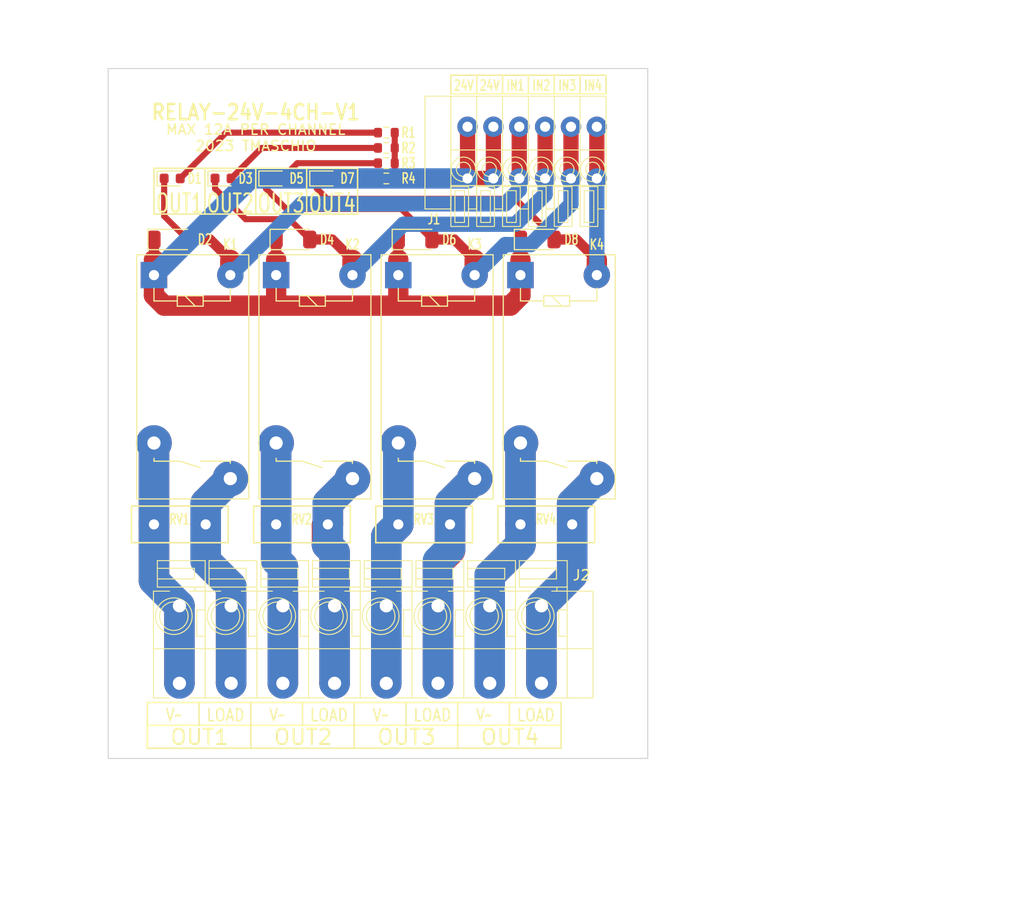
<source format=kicad_pcb>
(kicad_pcb (version 20221018) (generator pcbnew)
  (title_block (title "ESP 8 Relay Module"))
  (layers (0 "F.Cu" signal) (31 "B.Cu" signal) (34 "B.Paste" user) (35 "F.Paste" user) (36 "B.SilkS" user "B.Silkscreen") (37 "F.SilkS" user "F.Silkscreen") (38 "B.Mask" user) (39 "F.Mask" user) (44 "Edge.Cuts" user))
  (net 0 "")
  (net 1 "Net-(D1-A)")
  (net 2 "+24V")
  (net 3 "Net-(D1-K)")
  (net 4 "Net-(D3-A)")
  (net 5 "Net-(D3-K)")
  (net 6 "Net-(D5-A)")
  (net 7 "Net-(D5-K)")
  (net 8 "Net-(D7-A)")
  (net 9 "Net-(D7-K)")
  (net 10 "Net-(J2-Pin_1)")
  (net 11 "Net-(J2-Pin_2)")
  (net 12 "Net-(J2-Pin_3)")
  (net 13 "Net-(J2-Pin_4)")
  (net 14 "Net-(J2-Pin_5)")
  (net 15 "Net-(J2-Pin_6)")
  (net 16 "Net-(J2-Pin_7)")
  (net 17 "Net-(J2-Pin_8)")
  (footprint "Tales:R_0603_1608Metric" (layer "F.Cu") (at 152.325 71.5 180)
    (fp_text reference "R3" (at -2.175 0 180) (layer "F.SilkS") (effects (font (size 1 0.7))))
    (fp_text value "5k6/100mW")
    (pad "1" smd roundrect (at -0.825 0 180) (size 0.8 0.95) (layers "F.Cu" "F.Paste" "F.Mask") (net 2 "+24V"))
    (pad "2" smd roundrect (at 0.825 0 180) (size 0.8 0.95) (layers "F.Cu" "F.Paste" "F.Mask") (net 6 "Net-(D5-A)"))
  )
  (footprint "Tales:D_SOD-123" (layer "F.Cu") (at 143.15 79)
    (fp_text reference "D4" (at 3.35 0) (layer "F.SilkS") (effects (font (size 1 0.7))))
    (fp_text value "1N4148")
    (pad "1" smd roundrect (at -1.65 0) (size 1.3 1.75) (layers "F.Cu" "F.Paste" "F.Mask") (net 2 "+24V"))
    (pad "2" smd roundrect (at 1.65 0) (size 1.3 1.75) (layers "F.Cu" "F.Paste" "F.Mask") (net 5 "Net-(D3-K)"))
  )
  (footprint "Tales:LED_0603_1608Metric" (layer "F.Cu") (at 146.2875 73)
    (fp_text reference "D7" (at 2.2125 0) (layer "F.SilkS") (effects (font (size 1 0.7))))
    (fp_text value "GREEN")
    (pad "1" smd roundrect (at -0.7875 0) (size 0.875 0.95) (layers "F.Cu" "F.Paste" "F.Mask") (net 9 "Net-(D7-K)"))
    (pad "2" smd roundrect (at 0.7875 0) (size 0.875 0.95) (layers "F.Cu" "F.Paste" "F.Mask") (net 8 "Net-(D7-A)"))
  )
  (footprint "Tales:R_0603_1608Metric" (layer "F.Cu") (at 152.325 73 180)
    (fp_text reference "R4" (at -2.175 0 180) (layer "F.SilkS") (effects (font (size 1 0.7))))
    (fp_text value "5k6/100mW")
    (pad "1" smd roundrect (at -0.825 0 180) (size 0.8 0.95) (layers "F.Cu" "F.Paste" "F.Mask") (net 2 "+24V"))
    (pad "2" smd roundrect (at 0.825 0 180) (size 0.8 0.95) (layers "F.Cu" "F.Paste" "F.Mask") (net 8 "Net-(D7-A)"))
  )
  (footprint "Tales:Relay_SPST_Omron_G5PZ-1A" (layer "F.Cu") (at 165.5 82.5 -90)
    (fp_text reference "K4" (at -3 -7.5 -180) (layer "F.SilkS") (effects (font (size 1 0.7))))
    (fp_text value "G5PZ-1A")
    (pad "1" thru_hole rect (at 0 0 90) (size 2.6 2.6) (drill 1) (layers "*.Cu" "*.Mask") (net 2 "+24V"))
    (pad "2" thru_hole circle (at 16.5 0 90) (size 3.5 3.5) (drill 1.3) (layers "*.Cu" "*.Mask") (net 16 "Net-(J2-Pin_7)"))
    (pad "3" thru_hole circle (at 20 -7.5 90) (size 3.5 3.5) (drill 1.3) (layers "*.Cu" "*.Mask") (net 17 "Net-(J2-Pin_8)"))
    (pad "4" thru_hole circle (at 0 -7.5 90) (size 2.6 2.6) (drill 1) (layers "*.Cu" "*.Mask") (net 9 "Net-(D7-K)"))
  )
  (footprint "Tales:LED_0603_1608Metric" (layer "F.Cu") (at 131.2875 73)
    (fp_text reference "D1" (at 2.2125 0) (layer "F.SilkS") (effects (font (size 1 0.7))))
    (fp_text value "GREEN")
    (pad "1" smd roundrect (at -0.7875 0) (size 0.875 0.95) (layers "F.Cu" "F.Paste" "F.Mask") (net 3 "Net-(D1-K)"))
    (pad "2" smd roundrect (at 0.7875 0) (size 0.875 0.95) (layers "F.Cu" "F.Paste" "F.Mask") (net 1 "Net-(D1-A)"))
  )
  (footprint "Tales:R_0603_1608Metric" (layer "F.Cu") (at 152.325 70 180)
    (fp_text reference "R2" (at -2.175 0 180) (layer "F.SilkS") (effects (font (size 1 0.7))))
    (fp_text value "5k6/100mW")
    (pad "1" smd roundrect (at -0.825 0 180) (size 0.8 0.95) (layers "F.Cu" "F.Paste" "F.Mask") (net 2 "+24V"))
    (pad "2" smd roundrect (at 0.825 0 180) (size 0.8 0.95) (layers "F.Cu" "F.Paste" "F.Mask") (net 4 "Net-(D3-A)"))
  )
  (footprint "Tales:D_SOD-123" (layer "F.Cu") (at 131.15 79)
    (fp_text reference "D2" (at 3.35 0) (layer "F.SilkS") (effects (font (size 1 0.7))))
    (fp_text value "1N4148")
    (pad "1" smd roundrect (at -1.65 0) (size 1.3 1.75) (layers "F.Cu" "F.Paste" "F.Mask") (net 2 "+24V"))
    (pad "2" smd roundrect (at 1.65 0) (size 1.3 1.75) (layers "F.Cu" "F.Paste" "F.Mask") (net 3 "Net-(D1-K)"))
  )
  (footprint "Tales:RV_Disc_D9.50mm_W3.6mm_P5.08mm" (layer "F.Cu") (at 129.5 107)
    (fp_text reference "RV1" (at 2.5 -0.5) (layer "F.SilkS") (effects (font (size 1 0.7))))
    (fp_text value "275VAC")
    (pad "1" thru_hole circle (at 0 0) (size 2.5 2.5) (drill 1) (layers "*.Cu" "*.Mask") (net 10 "Net-(J2-Pin_1)"))
    (pad "2" thru_hole circle (at 5.08 0) (size 2.5 2.5) (drill 1) (layers "*.Cu" "*.Mask") (net 11 "Net-(J2-Pin_2)"))
  )
  (footprint "Tales:D_SOD-123" (layer "F.Cu") (at 155.15 79)
    (fp_text reference "D6" (at 3.35 0) (layer "F.SilkS") (effects (font (size 1 0.7))))
    (fp_text value "1N4148")
    (pad "1" smd roundrect (at -1.65 0) (size 1.3 1.75) (layers "F.Cu" "F.Paste" "F.Mask") (net 2 "+24V"))
    (pad "2" smd roundrect (at 1.65 0) (size 1.3 1.75) (layers "F.Cu" "F.Paste" "F.Mask") (net 7 "Net-(D5-K)"))
  )
  (footprint "Tales:TerminalBlock_Dibo_DB141V-2.54-6P_1x06_P2.54mm_Vertical" (layer "F.Cu") (at 173 67.92 180)
    (fp_text reference "J1" (at 16 -9.08 unlocked) (layer "F.SilkS") (effects (font (size 1 0.7))))
    (fp_text value "DG141V-2.54-6P")
    (pad "1" thru_hole circle (at 0 -5.08) (size 2 2) (drill 1) (layers "*.Cu" "*.Mask") (net 9 "Net-(D7-K)"))
    (pad "1" thru_hole circle (at 0 0) (size 2 2) (drill 1) (layers "*.Cu" "*.Mask") (net 9 "Net-(D7-K)"))
    (pad "2" thru_hole circle (at 2.54 -5.08) (size 2 2) (drill 1) (layers "*.Cu" "*.Mask") (net 7 "Net-(D5-K)"))
    (pad "2" thru_hole circle (at 2.54 0) (size 2 2) (drill 1) (layers "*.Cu" "*.Mask") (net 7 "Net-(D5-K)"))
    (pad "3" thru_hole circle (at 5.08 -5.08) (size 2 2) (drill 1) (layers "*.Cu" "*.Mask") (net 5 "Net-(D3-K)"))
    (pad "3" thru_hole circle (at 5.08 0) (size 2 2) (drill 1) (layers "*.Cu" "*.Mask") (net 5 "Net-(D3-K)"))
    (pad "4" thru_hole circle (at 7.62 -5.08) (size 2 2) (drill 1) (layers "*.Cu" "*.Mask") (net 3 "Net-(D1-K)"))
    (pad "4" thru_hole circle (at 7.62 0) (size 2 2) (drill 1) (layers "*.Cu" "*.Mask") (net 3 "Net-(D1-K)"))
    (pad "5" thru_hole circle (at 10.16 -5.08) (size 2 2) (drill 1) (layers "*.Cu" "*.Mask") (net 2 "+24V"))
    (pad "5" thru_hole circle (at 10.16 0) (size 2 2) (drill 1) (layers "*.Cu" "*.Mask") (net 2 "+24V"))
    (pad "6" thru_hole circle (at 12.7 -5.08) (size 2 2) (drill 1) (layers "*.Cu" "*.Mask") (net 2 "+24V"))
    (pad "6" thru_hole circle (at 12.7 0) (size 2 2) (drill 1) (layers "*.Cu" "*.Mask") (net 2 "+24V"))
  )
  (footprint "Tales:Relay_SPST_Omron_G5PZ-1A" (layer "F.Cu") (at 153.5 82.5 -90)
    (fp_text reference "K3" (at -3 -7.5 -180) (layer "F.SilkS") (effects (font (size 1 0.7))))
    (fp_text value "G5PZ-1A")
    (pad "1" thru_hole rect (at 0 0 90) (size 2.6 2.6) (drill 1) (layers "*.Cu" "*.Mask") (net 2 "+24V"))
    (pad "2" thru_hole circle (at 16.5 0 90) (size 3.5 3.5) (drill 1.3) (layers "*.Cu" "*.Mask") (net 14 "Net-(J2-Pin_5)"))
    (pad "3" thru_hole circle (at 20 -7.5 90) (size 3.5 3.5) (drill 1.3) (layers "*.Cu" "*.Mask") (net 15 "Net-(J2-Pin_6)"))
    (pad "4" thru_hole circle (at 0 -7.5 90) (size 2.6 2.6) (drill 1) (layers "*.Cu" "*.Mask") (net 7 "Net-(D5-K)"))
  )
  (footprint "Tales:TerminalBlock_Dibo_DB142V-5.08-8P_1x08_P5.08mm_Vertical" (layer "F.Cu") (at 132 122.62)
    (fp_text reference "J2" (at 39.5 -10.62 unlocked) (layer "F.SilkS"))
    (fp_text value "DB142V-5.08-8P")
    (pad "1" thru_hole circle (at 0 -7.62 180) (size 3 3) (drill 1.3) (layers "*.Cu" "*.Mask") (net 10 "Net-(J2-Pin_1)"))
    (pad "1" thru_hole circle (at 0 0 180) (size 3 3) (drill 1.3) (layers "*.Cu" "*.Mask") (net 10 "Net-(J2-Pin_1)"))
    (pad "2" thru_hole circle (at 5.08 -7.62 180) (size 3 3) (drill 1.3) (layers "*.Cu" "*.Mask") (net 11 "Net-(J2-Pin_2)"))
    (pad "2" thru_hole circle (at 5.08 0 180) (size 3 3) (drill 1.3) (layers "*.Cu" "*.Mask") (net 11 "Net-(J2-Pin_2)"))
    (pad "3" thru_hole circle (at 10.16 -7.62 180) (size 3 3) (drill 1.3) (layers "*.Cu" "*.Mask") (net 12 "Net-(J2-Pin_3)"))
    (pad "3" thru_hole circle (at 10.16 0 180) (size 3 3) (drill 1.3) (layers "*.Cu" "*.Mask") (net 12 "Net-(J2-Pin_3)"))
    (pad "4" thru_hole circle (at 15.24 -7.62 180) (size 3 3) (drill 1.3) (layers "*.Cu" "*.Mask") (net 13 "Net-(J2-Pin_4)"))
    (pad "4" thru_hole circle (at 15.24 0 180) (size 3 3) (drill 1.3) (layers "*.Cu" "*.Mask") (net 13 "Net-(J2-Pin_4)"))
    (pad "5" thru_hole circle (at 20.32 -7.62 180) (size 3 3) (drill 1.3) (layers "*.Cu" "*.Mask") (net 14 "Net-(J2-Pin_5)"))
    (pad "5" thru_hole circle (at 20.32 0 180) (size 3 3) (drill 1.3) (layers "*.Cu" "*.Mask") (net 14 "Net-(J2-Pin_5)"))
    (pad "6" thru_hole circle (at 25.4 -7.62 180) (size 3 3) (drill 1.3) (layers "*.Cu" "*.Mask") (net 15 "Net-(J2-Pin_6)"))
    (pad "6" thru_hole circle (at 25.4 0 180) (size 3 3) (drill 1.3) (layers "*.Cu" "*.Mask") (net 15 "Net-(J2-Pin_6)"))
    (pad "7" thru_hole circle (at 30.48 -7.62 180) (size 3 3) (drill 1.3) (layers "*.Cu" "*.Mask") (net 16 "Net-(J2-Pin_7)"))
    (pad "7" thru_hole circle (at 30.48 0 180) (size 3 3) (drill 1.3) (layers "*.Cu" "*.Mask") (net 16 "Net-(J2-Pin_7)"))
    (pad "8" thru_hole circle (at 35.56 -7.62 180) (size 3 3) (drill 1.3) (layers "*.Cu" "*.Mask") (net 17 "Net-(J2-Pin_8)"))
    (pad "8" thru_hole circle (at 35.56 0 180) (size 3 3) (drill 1.3) (layers "*.Cu" "*.Mask") (net 17 "Net-(J2-Pin_8)"))
  )
  (footprint "Tales:LED_0603_1608Metric" (layer "F.Cu") (at 136.2875 73)
    (fp_text reference "D3" (at 2.2125 0) (layer "F.SilkS") (effects (font (size 1 0.7))))
    (fp_text value "GREEN")
    (pad "1" smd roundrect (at -0.7875 0) (size 0.875 0.95) (layers "F.Cu" "F.Paste" "F.Mask") (net 5 "Net-(D3-K)"))
    (pad "2" smd roundrect (at 0.7875 0) (size 0.875 0.95) (layers "F.Cu" "F.Paste" "F.Mask") (net 4 "Net-(D3-A)"))
  )
  (footprint "Tales:RV_Disc_D9.50mm_W3.6mm_P5.08mm" (layer "F.Cu") (at 165.5 107)
    (fp_text reference "RV4" (at 2.5 -0.5) (layer "F.SilkS") (effects (font (size 1 0.7))))
    (fp_text value "275VAC")
    (pad "1" thru_hole circle (at 0 0) (size 2.5 2.5) (drill 1) (layers "*.Cu" "*.Mask") (net 16 "Net-(J2-Pin_7)"))
    (pad "2" thru_hole circle (at 5.08 0) (size 2.5 2.5) (drill 1) (layers "*.Cu" "*.Mask") (net 17 "Net-(J2-Pin_8)"))
  )
  (footprint "Tales:RV_Disc_D9.50mm_W3.6mm_P5.08mm" (layer "F.Cu") (at 141.5 107)
    (fp_text reference "RV2" (at 2.5 -0.5) (layer "F.SilkS") (effects (font (size 1 0.7))))
    (fp_text value "275VAC")
    (pad "1" thru_hole circle (at 0 0) (size 2.5 2.5) (drill 1) (layers "*.Cu" "*.Mask") (net 12 "Net-(J2-Pin_3)"))
    (pad "2" thru_hole circle (at 5.08 0) (size 2.5 2.5) (drill 1) (layers "*.Cu" "*.Mask") (net 13 "Net-(J2-Pin_4)"))
  )
  (footprint "Tales:Relay_SPST_Omron_G5PZ-1A" (layer "F.Cu") (at 141.5 82.5 -90)
    (fp_text reference "K2" (at -3 -7.5 -180) (layer "F.SilkS") (effects (font (size 1 0.7))))
    (fp_text value "G5PZ-1A")
    (pad "1" thru_hole rect (at 0 0 90) (size 2.6 2.6) (drill 1) (layers "*.Cu" "*.Mask") (net 2 "+24V"))
    (pad "2" thru_hole circle (at 16.5 0 90) (size 3.5 3.5) (drill 1.3) (layers "*.Cu" "*.Mask") (net 12 "Net-(J2-Pin_3)"))
    (pad "3" thru_hole circle (at 20 -7.5 90) (size 3.5 3.5) (drill 1.3) (layers "*.Cu" "*.Mask") (net 13 "Net-(J2-Pin_4)"))
    (pad "4" thru_hole circle (at 0 -7.5 90) (size 2.6 2.6) (drill 1) (layers "*.Cu" "*.Mask") (net 5 "Net-(D3-K)"))
  )
  (footprint "Tales:D_SOD-123" (layer "F.Cu") (at 167.15 79)
    (fp_text reference "D8" (at 3.35 0) (layer "F.SilkS") (effects (font (size 1 0.7))))
    (fp_text value "1N4148")
    (pad "1" smd roundrect (at -1.65 0) (size 1.3 1.75) (layers "F.Cu" "F.Paste" "F.Mask") (net 2 "+24V"))
    (pad "2" smd roundrect (at 1.65 0) (size 1.3 1.75) (layers "F.Cu" "F.Paste" "F.Mask") (net 9 "Net-(D7-K)"))
  )
  (footprint "Tales:Relay_SPST_Omron_G5PZ-1A" (layer "F.Cu") (at 129.5 82.5 -90)
    (fp_text reference "K1" (at -3 -7.5 -180) (layer "F.SilkS") (effects (font (size 1 0.7))))
    (fp_text value "G5PZ-1A")
    (pad "1" thru_hole rect (at 0 0 90) (size 2.6 2.6) (drill 1) (layers "*.Cu" "*.Mask") (net 2 "+24V"))
    (pad "2" thru_hole circle (at 16.5 0 90) (size 3.5 3.5) (drill 1.3) (layers "*.Cu" "*.Mask") (net 10 "Net-(J2-Pin_1)"))
    (pad "3" thru_hole circle (at 20 -7.5 90) (size 3.5 3.5) (drill 1.3) (layers "*.Cu" "*.Mask") (net 11 "Net-(J2-Pin_2)"))
    (pad "4" thru_hole circle (at 0 -7.5 90) (size 2.6 2.6) (drill 1) (layers "*.Cu" "*.Mask") (net 3 "Net-(D1-K)"))
  )
  (footprint "Tales:RV_Disc_D9.50mm_W3.6mm_P5.08mm" (layer "F.Cu") (at 153.5 107)
    (fp_text reference "RV3" (at 2.5 -0.5) (layer "F.SilkS") (effects (font (size 1 0.7))))
    (fp_text value "275VAC")
    (pad "1" thru_hole circle (at 0 0) (size 2.5 2.5) (drill 1) (layers "*.Cu" "*.Mask") (net 14 "Net-(J2-Pin_5)"))
    (pad "2" thru_hole circle (at 5.08 0) (size 2.5 2.5) (drill 1) (layers "*.Cu" "*.Mask") (net 15 "Net-(J2-Pin_6)"))
  )
  (footprint "Tales:R_0603_1608Metric" (layer "F.Cu") (at 152.325 68.5 180)
    (fp_text reference "R1" (at -2.175 0 180) (layer "F.SilkS") (effects (font (size 1 0.7))))
    (fp_text value "5k6/100mW")
    (pad "1" smd roundrect (at -0.825 0 180) (size 0.8 0.95) (layers "F.Cu" "F.Paste" "F.Mask") (net 2 "+24V"))
    (pad "2" smd roundrect (at 0.825 0 180) (size 0.8 0.95) (layers "F.Cu" "F.Paste" "F.Mask") (net 1 "Net-(D1-A)"))
  )
  (footprint "Tales:LED_0603_1608Metric" (layer "F.Cu") (at 141.2875 73)
    (fp_text reference "D5" (at 2.2125 0) (layer "F.SilkS") (effects (font (size 1 0.7))))
    (fp_text value "GREEN")
    (pad "1" smd roundrect (at -0.7875 0) (size 0.875 0.95) (layers "F.Cu" "F.Paste" "F.Mask") (net 7 "Net-(D5-K)"))
    (pad "2" smd roundrect (at 0.7875 0) (size 0.875 0.95) (layers "F.Cu" "F.Paste" "F.Mask") (net 6 "Net-(D5-A)"))
  )
  (gr_rect (start 158.66 62.85) (end 173.9 64.67) (stroke (width 0.15)) (fill none) (layer "F.SilkS"))
  (gr_line (start 144.5 76.5) (end 144.5 72) (stroke (width 0.15)) (layer "F.SilkS"))
  (gr_line (start 144.09 124.5) (end 144.09 126.75) (stroke (width 0.15)) (layer "F.SilkS"))
  (gr_line (start 128.85 124.5) (end 169.49 124.5) (stroke (width 0.15)) (layer "F.SilkS"))
  (gr_line (start 166.28 64.67) (end 166.28 62.85) (stroke (width 0.15)) (layer "F.SilkS"))
  (gr_line (start 164.41 124.5) (end 164.41 126.75) (stroke (width 0.15)) (layer "F.SilkS"))
  (gr_line (start 149.17 124.5) (end 149.17 129) (stroke (width 0.15)) (layer "F.SilkS"))
  (gr_line (start 169.49 124.5) (end 169.49 129) (stroke (width 0.15)) (layer "F.SilkS"))
  (gr_line (start 129.5 72) (end 149.5 72) (stroke (width 0.15)) (layer "F.SilkS"))
  (gr_line (start 149.5 76.5) (end 129.5 76.5) (stroke (width 0.15)) (layer "F.SilkS"))
  (gr_line (start 171.36 64.65) (end 171.36 62.85) (stroke (width 0.15)) (layer "F.SilkS"))
  (gr_line (start 163.74 64.65) (end 163.74 62.85) (stroke (width 0.15)) (layer "F.SilkS"))
  (gr_line (start 159.33 124.5) (end 159.33 129) (stroke (width 0.15)) (layer "F.SilkS"))
  (gr_line (start 168.82 64.65) (end 168.82 62.85) (stroke (width 0.15)) (layer "F.SilkS"))
  (gr_line (start 154.25 124.5) (end 154.25 126.75) (stroke (width 0.15)) (layer "F.SilkS"))
  (gr_line (start 139.5 76.5) (end 139.5 72) (stroke (width 0.15)) (layer "F.SilkS"))
  (gr_line (start 149.5 72) (end 149.5 76.5) (stroke (width 0.15)) (layer "F.SilkS"))
  (gr_line (start 128.85 126.75) (end 128.85 129) (stroke (width 0.15)) (layer "F.SilkS"))
  (gr_line (start 134.5 72) (end 134.5 76.5) (stroke (width 0.15)) (layer "F.SilkS"))
  (gr_line (start 139.01 124.5) (end 139.01 129) (stroke (width 0.15)) (layer "F.SilkS"))
  (gr_line (start 128.85 124.5) (end 128.85 129) (stroke (width 0.15)) (layer "F.SilkS"))
  (gr_line (start 133.93 124.5) (end 133.93 126.75) (stroke (width 0.15)) (layer "F.SilkS"))
  (gr_line (start 129.5 76.5) (end 129.5 72) (stroke (width 0.15)) (layer "F.SilkS"))
  (gr_line (start 128.85 126.75) (end 169.49 126.75) (stroke (width 0.15)) (layer "F.SilkS"))
  (gr_line (start 161.2 64.65) (end 161.2 62.85) (stroke (width 0.15)) (layer "F.SilkS"))
  (gr_line (start 128.85 129) (end 169.49 129) (stroke (width 0.15)) (layer "F.SilkS"))
  (gr_rect (start 125 62.2) (end 178 130) (stroke (width 0.1)) (fill none) (layer "Edge.Cuts"))
  (gr_text "OUT3" (at 154.31 127.9) (layer "F.SilkS") (effects (font (size 1.5 1.5) (thickness 0.2))))
  (gr_text "IN2" (at 167.55 64.45) (layer "F.SilkS") (effects (font (size 1 0.7) (thickness 0.15) bold) (justify bottom)))
  (gr_text "V~" (at 131.45 125.75) (layer "F.SilkS") (effects (font (size 1.2 1))))
  (gr_text "OUT3" (at 142 76.5) (layer "F.SilkS") (effects (font (size 1.8 1.2) (thickness 0.2)) (justify bottom)))
  (gr_text "LOAD" (at 136.53 125.75) (layer "F.SilkS") (effects (font (size 1.2 1))))
  (gr_text "LOAD" (at 167.01 125.75) (layer "F.SilkS") (effects (font (size 1.2 1))))
  (gr_text "LOAD" (at 146.69 125.75) (layer "F.SilkS") (effects (font (size 1.2 1))))
  (gr_text "OUT2" (at 144.15 127.9) (layer "F.SilkS") (effects (font (size 1.5 1.5) (thickness 0.2))))
  (gr_text "V~" (at 141.61 125.75) (layer "F.SilkS") (effects (font (size 1.2 1))))
  (gr_text "OUT2" (at 137 76.5) (layer "F.SilkS") (effects (font (size 1.8 1.2) (thickness 0.2)) (justify bottom)))
  (gr_text "IN1" (at 165.01 64.45) (layer "F.SilkS") (effects (font (size 1 0.7) (thickness 0.15) bold) (justify bottom)))
  (gr_text "V~" (at 161.93 125.75) (layer "F.SilkS") (effects (font (size 1.2 1))))
  (gr_text "LOAD" (at 156.85 125.75) (layer "F.SilkS") (effects (font (size 1.2 1))))
  (gr_text "OUT4" (at 147 76.5) (layer "F.SilkS") (effects (font (size 1.8 1.2) (thickness 0.2)) (justify bottom)))
  (gr_text "OUT1" (at 132 76.5) (layer "F.SilkS") (effects (font (size 1.8 1.2) (thickness 0.2)) (justify bottom)))
  (gr_text "OUT1" (at 133.99 127.9) (layer "F.SilkS") (effects (font (size 1.5 1.5) (thickness 0.2))))
  (gr_text "RELAY-24V-4CH-V1" (at 139.5 66.5) (layer "F.SilkS") (effects (font (size 1.5 1.3) (thickness 0.25) bold)))
  (gr_text "IN3" (at 170.09 64.45) (layer "F.SilkS") (effects (font (size 1 0.7) (thickness 0.15) bold) (justify bottom)))
  (gr_text "24V" (at 159.93 64.45) (layer "F.SilkS") (effects (font (size 1 0.7) (thickness 0.15) bold) (justify bottom)))
  (gr_text "OUT4" (at 164.47 127.9) (layer "F.SilkS") (effects (font (size 1.5 1.5) (thickness 0.2))))
  (gr_text "24V" (at 162.47 64.45) (layer "F.SilkS") (effects (font (size 1 0.7) (thickness 0.15) bold) (justify bottom)))
  (gr_text "V~" (at 151.77 125.75) (layer "F.SilkS") (effects (font (size 1.2 1))))
  (gr_text "IN4" (at 172.63 64.45) (layer "F.SilkS") (effects (font (size 1 0.7) (thickness 0.15) bold) (justify bottom)))
  (gr_text "MAX 12A PER CHANNEL\n2023 TMASCHIO" (at 139.5 69) (layer "F.SilkS") (effects (font (size 1 1))))
  (segment (start 136.575 68.5) (end 132.075 73) (width 0.6) (layer "F.Cu") (net 1))
  (segment (start 151.5 68.5) (end 136.575 68.5) (width 0.6) (layer "F.Cu") (net 1))
  (segment (start 153.15 73) (end 153.15 71.5) (width 0.6) (layer "F.Cu") (net 2))
  (segment (start 153.5 82.5) (end 153.5 81) (width 2) (layer "F.Cu") (net 2))
  (segment (start 141.5 82.5) (end 141.5 81) (width 2) (layer "F.Cu") (net 2))
  (segment (start 129.5 79) (end 129.5 81) (width 1) (layer "F.Cu") (net 2))
  (segment (start 141.5 85.5) (end 153.5 85.5) (width 2) (layer "F.Cu") (net 2))
  (segment (start 129.5 82.5) (end 129.5 84.5) (width 2) (layer "F.Cu") (net 2))
  (segment (start 153.15 71.5) (end 153.15 70) (width 0.6) (layer "F.Cu") (net 2))
  (segment (start 164.5 85.5) (end 165.5 84.5) (width 2) (layer "F.Cu") (net 2))
  (segment (start 162.84 73) (end 160.3 73) (width 1.5) (layer "F.Cu") (net 2))
  (segment (start 153.15 73) (end 159 73) (width 0.6) (layer "F.Cu") (net 2))
  (segment (start 160.3 73) (end 159 73) (width 1.5) (layer "F.Cu") (net 2))
  (segment (start 153.15 70) (end 153.15 68.5) (width 0.6) (layer "F.Cu") (net 2))
  (segment (start 141.5 82.5) (end 141.5 85.5) (width 2) (layer "F.Cu") (net 2))
  (segment (start 160.3 67.92) (end 160.3 73) (width 1.5) (layer "F.Cu") (net 2))
  (segment (start 165.5 79) (end 165.5 81) (width 1) (layer "F.Cu") (net 2))
  (segment (start 129.5 82.5) (end 129.5 81) (width 2) (layer "F.Cu") (net 2))
  (segment (start 153.5 82.5) (end 153.5 85.5) (width 2) (layer "F.Cu") (net 2))
  (segment (start 162.84 67.92) (end 162.84 73) (width 1.5) (layer "F.Cu") (net 2))
  (segment (start 165.5 84.5) (end 165.5 82.5) (width 2) (layer "F.Cu") (net 2))
  (segment (start 141.5 79) (end 141.5 81) (width 1) (layer "F.Cu") (net 2))
  (segment (start 153.5 85.5) (end 164.5 85.5) (width 2) (layer "F.Cu") (net 2))
  (segment (start 153.5 79) (end 153.5 81) (width 1) (layer "F.Cu") (net 2))
  (segment (start 129.5 84.5) (end 130.5 85.5) (width 2) (layer "F.Cu") (net 2))
  (segment (start 130.5 85.5) (end 141.5 85.5) (width 2) (layer "F.Cu") (net 2))
  (segment (start 165.5 82.5) (end 165.5 81) (width 2) (layer "F.Cu") (net 2))
  (segment (start 139 73) (end 129.5 82.5) (width 2) (layer "B.Cu") (net 2))
  (segment (start 160.3 73) (end 139 73) (width 2) (layer "B.Cu") (net 2))
  (segment (start 130.5 73) (end 130.5 76.7) (width 0.6) (layer "F.Cu") (net 3))
  (segment (start 135 79) (end 137 81) (width 1) (layer "F.Cu") (net 3))
  (segment (start 132.8 79) (end 135 79) (width 1) (layer "F.Cu") (net 3))
  (segment (start 137 82.5) (end 137 81) (width 2) (layer "F.Cu") (net 3))
  (segment (start 130.5 76.7) (end 132.8 79) (width 0.6) (layer "F.Cu") (net 3))
  (segment (start 165.38 67.92) (end 165.38 73) (width 1.5) (layer "F.Cu") (net 3))
  (segment (start 164 75.5) (end 144 75.5) (width 1.5) (layer "B.Cu") (net 3))
  (segment (start 165.38 73) (end 165.38 74.12) (width 1.5) (layer "B.Cu") (net 3))
  (segment (start 165.38 74.12) (end 164 75.5) (width 1.5) (layer "B.Cu") (net 3))
  (segment (start 144 75.5) (end 137 82.5) (width 1.5) (layer "B.Cu") (net 3))
  (segment (start 151.5 70) (end 140.075 70) (width 0.6) (layer "F.Cu") (net 4))
  (segment (start 140.075 70) (end 137.075 73) (width 0.6) (layer "F.Cu") (net 4))
  (segment (start 144.8 79) (end 147 79) (width 1) (layer "F.Cu") (net 5))
  (segment (start 138.5 77) (end 142.8 77) (width 0.6) (layer "F.Cu") (net 5))
  (segment (start 167.92 67.92) (end 167.92 73) (width 1.5) (layer "F.Cu") (net 5))
  (segment (start 149 82.5) (end 149 81) (width 2) (layer "F.Cu") (net 5))
  (segment (start 135.5 74) (end 138.5 77) (width 0.6) (layer "F.Cu") (net 5))
  (segment (start 147 79) (end 149 81) (width 1) (layer "F.Cu") (net 5))
  (segment (start 142.8 77) (end 144.8 79) (width 0.6) (layer "F.Cu") (net 5))
  (segment (start 135.5 73) (end 135.5 74) (width 0.6) (layer "F.Cu") (net 5))
  (segment (start 154 77.5) (end 149 82.5) (width 1.5) (layer "B.Cu") (net 5))
  (segment (start 167.92 73) (end 167.92 74.58) (width 1.5) (layer "B.Cu") (net 5))
  (segment (start 165 77.5) (end 154 77.5) (width 1.5) (layer "B.Cu") (net 5))
  (segment (start 167.92 74.58) (end 165 77.5) (width 1.5) (layer "B.Cu") (net 5))
  (segment (start 151.5 71.5) (end 143.575 71.5) (width 0.6) (layer "F.Cu") (net 6))
  (segment (start 143.575 71.5) (end 142.075 73) (width 0.6) (layer "F.Cu") (net 6))
  (segment (start 156.8 79) (end 159 79) (width 1) (layer "F.Cu") (net 7))
  (segment (start 170.46 67.92) (end 170.46 73) (width 1.5) (layer "F.Cu") (net 7))
  (segment (start 140.5 73) (end 140.5 74) (width 0.6) (layer "F.Cu") (net 7))
  (segment (start 140.5 74) (end 142.5 76) (width 0.6) (layer "F.Cu") (net 7))
  (segment (start 161 82.5) (end 161 81) (width 2) (layer "F.Cu") (net 7))
  (segment (start 142.5 76) (end 153.8 76) (width 0.6) (layer "F.Cu") (net 7))
  (segment (start 159 79) (end 161 81) (width 1) (layer "F.Cu") (net 7))
  (segment (start 153.8 76) (end 156.8 79) (width 0.6) (layer "F.Cu") (net 7))
  (segment (start 164 79.5) (end 161 82.5) (width 1.5) (layer "B.Cu") (net 7))
  (segment (start 170.46 75.54) (end 166.5 79.5) (width 1.5) (layer "B.Cu") (net 7))
  (segment (start 166.5 79.5) (end 164 79.5) (width 1.5) (layer "B.Cu") (net 7))
  (segment (start 170.46 73) (end 170.46 75.54) (width 1.5) (layer "B.Cu") (net 7))
  (segment (start 147.075 73) (end 151.5 73) (width 0.6) (layer "F.Cu") (net 8))
  (segment (start 145.5 74) (end 146.5 75) (width 0.6) (layer "F.Cu") (net 9))
  (segment (start 146.5 75) (end 165 75) (width 0.6) (layer "F.Cu") (net 9))
  (segment (start 171 79) (end 173 81) (width 1) (layer "F.Cu") (net 9))
  (segment (start 168.8 79) (end 171 79) (width 1) (layer "F.Cu") (net 9))
  (segment (start 165 75) (end 169 79) (width 0.6) (layer "F.Cu") (net 9))
  (segment (start 173 82.5) (end 173 81) (width 2) (layer "F.Cu") (net 9))
  (segment (start 145.5 73) (end 145.5 74) (width 0.6) (layer "F.Cu") (net 9))
  (segment (start 173 67.92) (end 173 73) (width 1.5) (layer "F.Cu") (net 9))
  (segment (start 173 73) (end 173 82.5) (width 1.5) (layer "B.Cu") (net 9))
  (segment (start 129.5 107) (end 129.5 112.5) (width 3) (layer "F.Cu") (net 10))
  (segment (start 132 122.62) (end 132 115) (width 3) (layer "F.Cu") (net 10))
  (segment (start 129.5 99) (end 129.5 107) (width 3) (layer "F.Cu") (net 10))
  (segment (start 129.5 112.5) (end 132 115) (width 3) (layer "F.Cu") (net 10))
  (segment (start 132 115) (end 129.5 112.5) (width 3) (layer "B.Cu") (net 10))
  (segment (start 132 122.62) (end 132 115) (width 3) (layer "B.Cu") (net 10))
  (segment (start 129.5 107) (end 129.5 99) (width 3) (layer "B.Cu") (net 10))
  (segment (start 129.5 112.5) (end 129.5 107) (width 3) (layer "B.Cu") (net 10))
  (segment (start 137.08 122.62) (end 137.08 115) (width 3) (layer "F.Cu") (net 11))
  (segment (start 134.58 107) (end 134.58 104.92) (width 3) (layer "F.Cu") (net 11))
  (segment (start 134.58 104.92) (end 137 102.5) (width 3) (layer "F.Cu") (net 11))
  (segment (start 134.58 107) (end 134.58 110.58) (width 3) (layer "F.Cu") (net 11))
  (segment (start 134.58 110.58) (end 137.08 113.08) (width 3) (layer "F.Cu") (net 11))
  (segment (start 137.08 113.08) (end 137.08 115) (width 3) (layer "F.Cu") (net 11))
  (segment (start 137.08 113.08) (end 134.58 110.58) (width 3) (layer "B.Cu") (net 11))
  (segment (start 137.08 122.62) (end 137.08 115) (width 3) (layer "B.Cu") (net 11))
  (segment (start 137.08 115) (end 137.08 113.08) (width 3) (layer "B.Cu") (net 11))
  (segment (start 134.58 110.58) (end 134.58 107) (width 3) (layer "B.Cu") (net 11))
  (segment (start 134.58 107) (end 134.58 104.92) (width 3) (layer "B.Cu") (net 11))
  (segment (start 134.58 104.92) (end 137 102.5) (width 3) (layer "B.Cu") (net 11))
  (segment (start 142.16 122.62) (end 142.16 115) (width 3) (layer "F.Cu") (net 12))
  (segment (start 141.5 107) (end 141.5 110.5) (width 3) (layer "F.Cu") (net 12))
  (segment (start 141.5 110.5) (end 142.16 111.16) (width 3) (layer "F.Cu") (net 12))
  (segment (start 141.5 99) (end 141.5 107) (width 3) (layer "F.Cu") (net 12))
  (segment (start 142.16 111.16) (end 142.16 115) (width 3) (layer "F.Cu") (net 12))
  (segment (start 141.5 110.5) (end 141.5 107) (width 3) (layer "B.Cu") (net 12))
  (segment (start 142.16 115) (end 142.16 111.16) (width 3) (layer "B.Cu") (net 12))
  (segment (start 142.16 122.62) (end 142.16 115) (width 3) (layer "B.Cu") (net 12))
  (segment (start 142.16 111.16) (end 141.5 110.5) (width 3) (layer "B.Cu") (net 12))
  (segment (start 141.5 107) (end 141.5 99) (width 3) (layer "B.Cu") (net 12))
  (segment (start 147.24 109.74) (end 147.24 115) (width 3) (layer "F.Cu") (net 13))
  (segment (start 146.58 104.92) (end 149 102.5) (width 3) (layer "F.Cu") (net 13))
  (segment (start 146.5 109) (end 147.24 109.74) (width 3) (layer "F.Cu") (net 13))
  (segment (start 146.58 107) (end 146.5 107.08) (width 3) (layer "F.Cu") (net 13))
  (segment (start 147.24 122.62) (end 147.24 115) (width 3) (layer "F.Cu") (net 13))
  (segment (start 146.58 107) (end 146.58 104.92) (width 3) (layer "F.Cu") (net 13))
  (segment (start 146.5 107.08) (end 146.5 109) (width 3) (layer "F.Cu") (net 13))
  (segment (start 147.24 115) (end 147.24 109.74) (width 3) (layer "B.Cu") (net 13))
  (segment (start 146.58 104.92) (end 149 102.5) (width 3) (layer "B.Cu") (net 13))
  (segment (start 147.24 109.74) (end 146.5 109) (width 3) (layer "B.Cu") (net 13))
  (segment (start 146.58 108.92) (end 146.58 107) (width 3) (layer "B.Cu") (net 13))
  (segment (start 146.5 109) (end 146.58 108.92) (width 3) (layer "B.Cu") (net 13))
  (segment (start 147.24 122.62) (end 147.24 115) (width 3) (layer "B.Cu") (net 13))
  (segment (start 146.58 107) (end 146.58 104.92) (width 3) (layer "B.Cu") (net 13))
  (segment (start 152.32 108.18) (end 153.5 107) (width 3) (layer "F.Cu") (net 14))
  (segment (start 152.32 115) (end 152.32 108.18) (width 3) (layer "F.Cu") (net 14))
  (segment (start 152.32 122.62) (end 152.32 115) (width 3) (layer "F.Cu") (net 14))
  (segment (start 153.5 99) (end 153.5 107) (width 3) (layer "F.Cu") (net 14))
  (segment (start 152.32 108.18) (end 153.5 107) (width 3) (layer "B.Cu") (net 14))
  (segment (start 152.32 122.62) (end 152.32 115) (width 3) (layer "B.Cu") (net 14))
  (segment (start 152.32 115) (end 152.32 108.18) (width 3) (layer "B.Cu") (net 14))
  (segment (start 153.5 107) (end 153.5 99) (width 3) (layer "B.Cu") (net 14))
  (segment (start 157.4 110.7) (end 157.4 115) (width 3) (layer "F.Cu") (net 15))
  (segment (start 158.58 107) (end 158.58 104.92) (width 3) (layer "F.Cu") (net 15))
  (segment (start 158.58 104.92) (end 161 102.5) (width 3) (layer "F.Cu") (net 15))
  (segment (start 158.58 107) (end 158.58 109.52) (width 3) (layer "F.Cu") (net 15))
  (segment (start 158.58 109.52) (end 157.4 110.7) (width 3) (layer "F.Cu") (net 15))
  (segment (start 157.4 122.62) (end 157.4 115) (width 3) (layer "F.Cu") (net 15))
  (segment (start 157.4 110.6) (end 158.58 109.42) (width 3) (layer "B.Cu") (net 15))
  (segment (start 158.58 109.42) (end 158.58 107) (width 3) (layer "B.Cu") (net 15))
  (segment (start 157.4 115) (end 157.4 110.6) (width 3) (layer "B.Cu") (net 15))
  (segment (start 157.4 122.62) (end 157.4 115) (width 3) (layer "B.Cu") (net 15))
  (segment (start 158.58 104.92) (end 161 102.5) (width 3) (layer "B.Cu") (net 15))
  (segment (start 158.58 107) (end 158.58 104.92) (width 3) (layer "B.Cu") (net 15))
  (segment (start 165.5 99) (end 165.5 107) (width 3) (layer "F.Cu") (net 16))
  (segment (start 162.48 112.02) (end 165.5 109) (width 3) (layer "F.Cu") (net 16))
  (segment (start 162.48 122.62) (end 162.48 115) (width 3) (layer "F.Cu") (net 16))
  (segment (start 162.48 115) (end 162.48 112.02) (width 3) (layer "F.Cu") (net 16))
  (segment (start 165.5 109) (end 165.5 107) (width 3) (layer "F.Cu") (net 16))
  (segment (start 162.48 112.02) (end 165.5 109) (width 3) (layer "B.Cu") (net 16))
  (segment (start 162.48 122.62) (end 162.48 115) (width 3) (layer "B.Cu") (net 16))
  (segment (start 165.5 107) (end 165.5 99) (width 3) (layer "B.Cu") (net 16))
  (segment (start 162.48 115) (end 162.48 112.02) (width 3) (layer "B.Cu") (net 16))
  (segment (start 165.5 109) (end 165.5 107) (width 3) (layer "B.Cu") (net 16))
  (segment (start 170.58 107) (end 170.58 111.98) (width 3) (layer "F.Cu") (net 17))
  (segment (start 170.58 104.92) (end 173 102.5) (width 3) (layer "F.Cu") (net 17))
  (segment (start 170.58 111.98) (end 167.56 115) (width 3) (layer "F.Cu") (net 17))
  (segment (start 170.58 107) (end 170.58 104.92) (width 3) (layer "F.Cu") (net 17))
  (segment (start 167.56 122.62) (end 167.56 115) (width 3) (layer "F.Cu") (net 17))
  (segment (start 170.58 104.92) (end 173 102.5) (width 3) (layer "B.Cu") (net 17))
  (segment (start 170.58 111.98) (end 170.58 107) (width 3) (layer "B.Cu") (net 17))
  (segment (start 167.56 115) (end 170.58 111.98) (width 3) (layer "B.Cu") (net 17))
  (segment (start 170.58 107) (end 170.58 104.92) (width 3) (layer "B.Cu") (net 17))
  (segment (start 167.56 122.62) (end 167.56 115) (width 3) (layer "B.Cu") (net 17))
)
</source>
